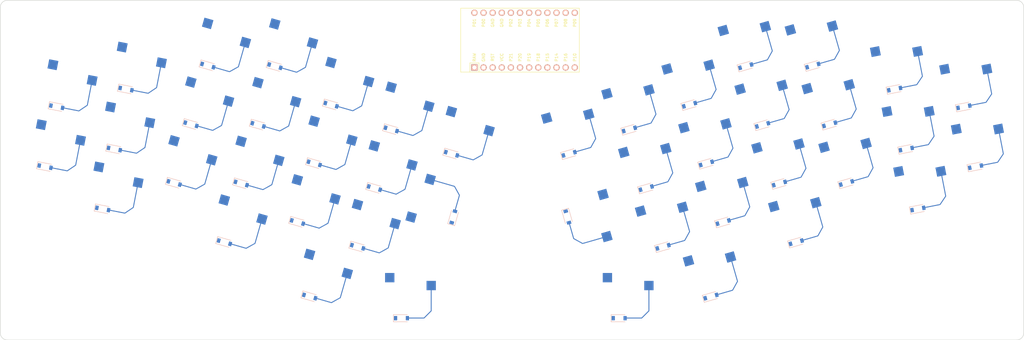
<source format=kicad_pcb>
(kicad_pcb (version 20211014) (generator pcbnew)
  (title_block (title "green60") (rev "v1.0.0") (company "Unknown"))
  (layers (0 "F.Cu" signal) (31 "B.Cu" signal) (34 "B.Paste" user) (35 "F.Paste" user) (36 "B.SilkS" user "B.Silkscreen") (37 "F.SilkS" user "F.Silkscreen") (38 "B.Mask" user) (39 "F.Mask" user) (44 "Edge.Cuts" user))
  (net 0 "")
  (net 1 "P2")
  (net 2 "GND")
  (net 3 "P3")
  (net 4 "P5")
  (net 5 "P4")
  (net 6 "P6")
  (net 7 "P7")
  (net 8 "P8")
  (net 9 "P9")
  (net 10 "P10")
  (net 11 "P16")
  (net 12 "P15")
  (net 13 "P14")
  (net 14 "P18")
  (net 15 "P19")
  (net 16 "P21")
  (net 17 "RAW")
  (net 18 "RST")
  (net 19 "VCC")
  (net 20 "P20")
  (net 21 "P1")
  (net 22 "P0")
  (footprint "PG1350" (layer "F.Cu") (at 237.773713 -4.909269 11)
    (fp_text reference "S26" hide)
    (fp_text value "" hide)
  )
  (footprint "PG1350" (layer "F.Cu") (at 158.841141 42.086036)
    (fp_text reference "S44" hide)
    (fp_text value "" hide)
  )
  (footprint "PG1350" (layer "F.Cu") (at 169.591524 22.415707 16)
    (fp_text reference "S38" hide)
    (fp_text value "" hide)
  )
  (footprint "PG1350" (layer "F.Cu") (at 50.387198 21.144117 -16)
    (fp_text reference "S9" hide)
    (fp_text value "" hide)
  )
  (footprint "PG1350" (layer "F.Cu") (at 87.473355 22.415707 -16)
    (fp_text reference "S16" hide)
    (fp_text value "" hide)
  )
  (footprint "PG1350" (layer "F.Cu") (at 70.72192 15.531711 -16)
    (fp_text reference "S13" hide)
    (fp_text value "" hide)
  )
  (footprint "PG1350" (layer "F.Cu") (at 164.905689 6.074258 16)
    (fp_text reference "S39" hide)
    (fp_text value "" hide)
  )
  (footprint "PG1350" (layer "F.Cu") (at 220.672743 4.647504 16)
    (fp_text reference "S28" hide)
    (fp_text value "" hide)
  )
  (footprint "PG1350" (layer "F.Cu") (at 75.407755 -0.809738 -16)
    (fp_text reference "S14" hide)
    (fp_text value "" hide)
  )
  (footprint "PG1350" (layer "F.Cu") (at 55.073033 4.802668 -16)
    (fp_text reference "S10" hide)
    (fp_text value "" hide)
  )
  (footprint "PG1350" (layer "F.Cu") (at 98.223738 42.086036)
    (fp_text reference "S22" hide)
    (fp_text value "" hide)
  )
  (footprint "PG1350" (layer "F.Cu") (at 59.758868 -11.538781 -16)
    (fp_text reference "S11" hide)
    (fp_text value "" hide)
  )
  (footprint "PG1350" (layer "F.Cu") (at 64.444703 -27.880229 -16)
    (fp_text reference "S12" hide)
    (fp_text value "" hide)
  )
  (footprint "PG1350" (layer "F.Cu") (at 182.928714 36.276419 16)
    (fp_text reference "S43" hide)
    (fp_text value "" hide)
  )
  (footprint "ProMicro" (layer "F.Cu") (at 132.5 -30)
    (fp_text reference "MCU1" hide)
    (fp_text value "" hide)
  )
  (footprint "PG1350" (layer "F.Cu") (at 143.440854 -3.479321 16)
    (fp_text reference "S42" hide)
    (fp_text value "" hide)
  )
  (footprint "PG1350" (layer "F.Cu") (at 3.243753 -16.687662 -11)
    (fp_text reference "S2" hide)
    (fp_text value "" hide)
  )
  (footprint "PG1350" (layer "F.Cu") (at 241.017466 11.778393 11)
    (fp_text reference "S25" hide)
    (fp_text value "" hide)
  )
  (footprint "PG1350" (layer "F.Cu") (at 160.219854 -10.267191 16)
    (fp_text reference "S40" hide)
    (fp_text value "" hide)
  )
  (footprint "PG1350" (layer "F.Cu") (at 149.53244 17.764562 -74)
    (fp_text reference "S41" hide)
    (fp_text value "" hide)
  )
  (footprint "PG1350" (layer "F.Cu") (at 36.392136 4.647504 -16)
    (fp_text reference "S6" hide)
    (fp_text value "" hide)
  )
  (footprint "PG1350" (layer "F.Cu") (at 176.971289 -17.151187 16)
    (fp_text reference "S37" hide)
    (fp_text value "" hide)
  )
  (footprint "PG1350" (layer "F.Cu") (at 74.136165 36.276419 -16)
    (fp_text reference "S21" hide)
    (fp_text value "" hide)
  )
  (footprint "PG1350" (layer "F.Cu") (at 201.991846 4.802668 16)
    (fp_text reference "S32" hide)
    (fp_text value "" hide)
  )
  (footprint "PG1350" (layer "F.Cu") (at 253.821126 -16.687662 11)
    (fp_text reference "S24" hide)
    (fp_text value "" hide)
  )
  (footprint "PG1350" (layer "F.Cu") (at 107.53244 17.764562 74)
    (fp_text reference "S19" hide)
    (fp_text value "" hide)
  )
  (footprint "PG1350" (layer "F.Cu") (at 0 0 -11)
    (fp_text reference "S1" hide)
    (fp_text value "" hide)
  )
  (footprint "PG1350" (layer "F.Cu") (at 19.291166 -4.909269 -11)
    (fp_text reference "S4" hide)
    (fp_text value "" hide)
  )
  (footprint "PG1350" (layer "F.Cu") (at 192.620176 -27.880229 16)
    (fp_text reference "S34" hide)
    (fp_text value "" hide)
  )
  (footprint "PG1350" (layer "F.Cu") (at 16.047413 11.778393 -11)
    (fp_text reference "S3" hide)
    (fp_text value "" hide)
  )
  (footprint "PG1350" (layer "F.Cu") (at 206.677681 21.144117 16)
    (fp_text reference "S31" hide)
    (fp_text value "" hide)
  )
  (footprint "PG1350" (layer "F.Cu") (at 80.09359 -17.151187 -16)
    (fp_text reference "S15" hide)
    (fp_text value "" hide)
  )
  (footprint "PG1350" (layer "F.Cu") (at 181.657124 -0.809738 16)
    (fp_text reference "S36" hide)
    (fp_text value "" hide)
  )
  (footprint "PG1350" (layer "F.Cu") (at 186.342959 15.531711 16)
    (fp_text reference "S35" hide)
    (fp_text value "" hide)
  )
  (footprint "PG1350" (layer "F.Cu") (at 215.986908 -11.693945 16)
    (fp_text reference "S29" hide)
    (fp_text value "" hide)
  )
  (footprint "PG1350" (layer "F.Cu") (at 211.301073 -28.035393 16)
    (fp_text reference "S30" hide)
    (fp_text value "" hide)
  )
  (footprint "PG1350" (layer "F.Cu") (at 234.52996 -21.596931 11)
    (fp_text reference "S27" hide)
    (fp_text value "" hide)
  )
  (footprint "PG1350" (layer "F.Cu") (at 113.624025 -3.479321 -16)
    (fp_text reference "S20" hide)
    (fp_text value "" hide)
  )
  (footprint "PG1350" (layer "F.Cu") (at 92.15919 6.074258 -16)
    (fp_text reference "S17" hide)
    (fp_text value "" hide)
  )
  (footprint "PG1350" (layer "F.Cu") (at 41.077971 -11.693945 -16)
    (fp_text reference "S7" hide)
    (fp_text value "" hide)
  )
  (footprint "PG1350" (layer "F.Cu") (at 45.763806 -28.035393 -16)
    (fp_text reference "S8" hide)
    (fp_text value "" hide)
  )
  (footprint "PG1350" (layer "F.Cu") (at 257.064879 0 11)
    (fp_text reference "S23" hide)
    (fp_text value "" hide)
  )
  (footprint "PG1350" (layer "F.Cu") (at 22.534919 -21.596931 -11)
    (fp_text reference "S5" hide)
    (fp_text value "" hide)
  )
  (footprint "PG1350" (layer "F.Cu") (at 96.845026 -10.267191 -16)
    (fp_text reference "S18" hide)
    (fp_text value "" hide)
  )
  (footprint "PG1350" (layer "F.Cu") (at 197.306011 -11.538781 16)
    (fp_text reference "S33" hide)
    (fp_text value "" hide)
  )
  (gr_arc (start -13.5 -39.1) (mid -12.914214 -40.514214) (end -11.5 -41.1) (layer "Edge.Cuts") (width 0.15))
  (gr_line (start 269.5 -41.1) (end -11.5 -41.1) (layer "Edge.Cuts") (width 0.15))
  (gr_arc (start -11.5 53.5) (mid -12.914214 52.914214) (end -13.5 51.5) (layer "Edge.Cuts") (width 0.15))
  (gr_line (start -13.5 -39.1) (end -13.5 51.5) (layer "Edge.Cuts") (width 0.15))
  (gr_arc (start 269.5 -41.1) (mid 270.914214 -40.514214) (end 271.5 -39.1) (layer "Edge.Cuts") (width 0.15))
  (gr_arc (start 271.5 51.5) (mid 270.914214 52.914214) (end 269.5 53.5) (layer "Edge.Cuts") (width 0.15))
  (gr_line (start -11.5 53.5) (end 269.5 53.5) (layer "Edge.Cuts") (width 0.15))
  (gr_line (start 271.5 51.5) (end 271.5 -39.1) (layer "Edge.Cuts") (width 0.15))
)
</source>
